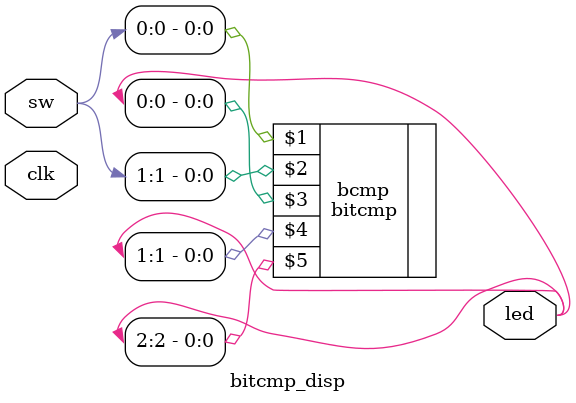
<source format=v>
`timescale 1ns / 1ps


module bitcmp_disp(
clk,sw,led
    );
    input clk;
    input [7:0] sw;
    output [15:0] led;
    bitcmp bcmp(sw[0],sw[1],led[0],led[1],led[2]); // eq, gt, lt
endmodule

</source>
